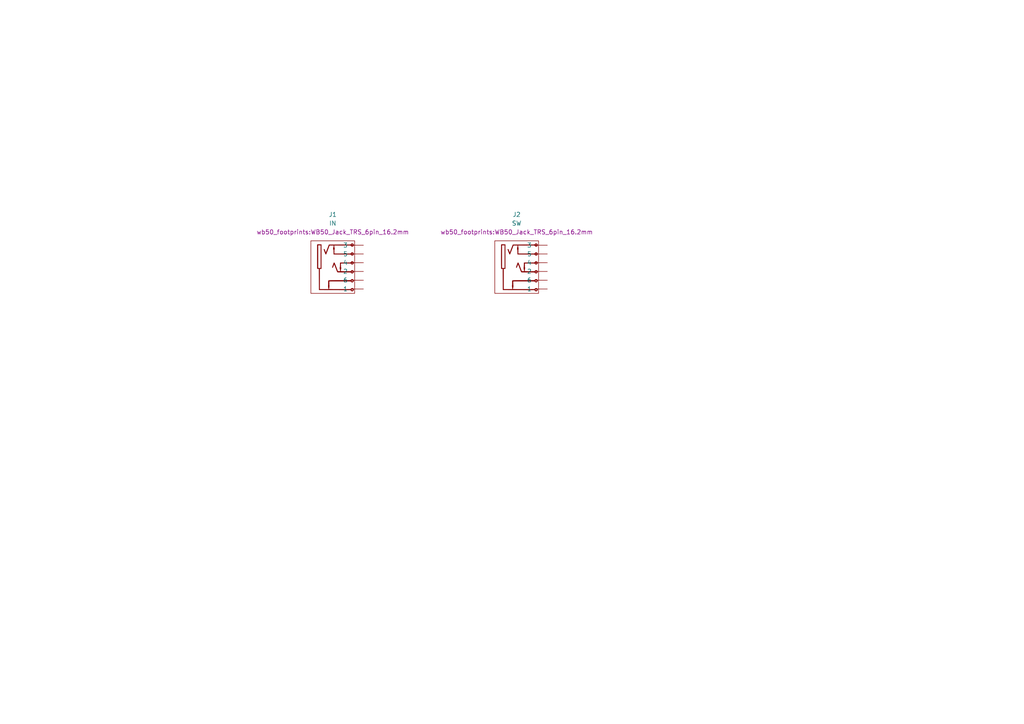
<source format=kicad_sch>
(kicad_sch
	(version 20250114)
	(generator "eeschema")
	(generator_version "9.0")
	(uuid "22222222-2222-4222-8222-222222222222")
	(paper "A4")
	(lib_symbols
		(symbol "wb50_symbols:WB50_Jack_TRS_6pin_Switched"
			(pin_numbers
				(hide yes)
			)
			(pin_names
				(offset 1.016)
			)
			(exclude_from_sim no)
			(in_bom yes)
			(on_board yes)
			(property "Reference" "J"
				(at -0.254 12.954 0)
				(effects
					(font
						(size 1.27 1.27)
					)
				)
			)
			(property "Value" "Audio Jack TRS, 6pin (with switches)"
				(at 0.254 -14.224 0)
				(effects
					(font
						(size 1.27 1.27)
					)
				)
			)
			(property "Footprint" "wb50_footprints:WB50_Jack_TRS_6pin_16.2mm"
				(at 0 -17.272 0)
				(effects
					(font
						(size 1.27 1.27)
					)
				)
			)
			(property "Datasheet" ""
				(at 0 0 0)
				(effects
					(font
						(size 1.27 1.27)
					)
				)
			)
			(property "Description" ""
				(at 0 0 0)
				(effects
					(font
						(size 1.27 1.27)
					)
					(hide yes)
				)
			)
			(symbol "WB50_Jack_TRS_6pin_Switched_0_0"
				(polyline
					(pts
						(xy 4.445 -6.985) (xy 4.5824 -6.9221) (xy 4.6026 -6.9094) (xy 4.7245 -6.8007) (xy 4.7817 -6.6661)
						(xy 4.7831 -6.4863) (xy 4.7627 -6.3819) (xy 4.6847 -6.2364) (xy 4.5532 -6.15) (xy 4.3668 -6.1214)
						(xy 4.3127 -6.1224) (xy 4.213 -6.1384) (xy 4.1301 -6.1861) (xy 4.0312 -6.2812) (xy 3.8792 -6.4409)
						(xy 0.7426 -6.4409) (xy 0.5169 -6.4409) (xy -0.0343 -6.4406) (xy -0.5126 -6.44) (xy -0.9229 -6.4389)
						(xy -1.2702 -6.4373) (xy -1.5597 -6.4349) (xy -1.7963 -6.4319) (xy -1.985 -6.4279) (xy -2.131 -6.4231)
						(xy -2.2391 -6.4171) (xy -2.3144 -6.4101) (xy -2.362 -6.4018) (xy -2.3869 -6.3922) (xy -2.3941 -6.3811)
						(xy -2.3941 -6.3802) (xy -2.3869 -6.3169) (xy -2.3684 -6.1931) (xy -2.3411 -6.0264) (xy -2.308 -5.8341)
						(xy -2.3038 -5.8101) (xy -2.2687 -5.5949) (xy -2.2515 -5.4487) (xy -2.2515 -5.3635) (xy -2.268 -5.3314)
						(xy -2.2736 -5.3275) (xy -2.2919 -5.2736) (xy -2.3045 -5.1543) (xy -2.3119 -4.9648) (xy -2.3142 -4.7003)
						(xy -2.3142 -4.0846) (xy 0.8182 -4.0846) (xy 1.0208 -4.0846) (xy 1.5685 -4.0847) (xy 2.0434 -4.0849)
						(xy 2.4507 -4.0855) (xy 2.7956 -4.0865) (xy 3.0835 -4.0881) (xy 3.3194 -4.0904) (xy 3.5088 -4.0937)
						(xy 3.6569 -4.0979) (xy 3.7689 -4.1033) (xy 3.85 -4.1099) (xy 3.9055 -4.118) (xy 3.9407 -4.1276)
						(xy 3.9608 -4.139) (xy 3.9711 -4.1521) (xy 3.9768 -4.1672) (xy 4.0127 -4.2292) (xy 4.1148 -4.3154)
						(xy 4.2497 -4.3791) (xy 4.3892 -4.404) (xy 4.4293 -4.4018) (xy 4.5413 -4.3641) (xy 4.6588 -4.2683)
						(xy 4.7389 -4.1777) (xy 4.7832 -4.0826) (xy 4.7937 -3.9588) (xy 4.7674 -3.7936) (xy 4.679 -3.6489)
						(xy 4.5347 -3.5574) (xy 4.341 -3.5255) (xy 4.3116 -3.5274) (xy 4.1931 -3.5625) (xy 4.0779 -3.629)
						(xy 3.9905 -3.71) (xy 3.9559 -3.7886) (xy 3.9559 -3.789) (xy 3.9461 -3.7993) (xy 3.9146 -3.8083)
						(xy 3.8565 -3.8161) (xy 3.767 -3.8228) (xy 3.6413 -3.8283) (xy 3.4745 -3.8329) (xy 3.2618 -3.8366)
						(xy 2.9982 -3.8395) (xy 2.679 -3.8417) (xy 2.2994 -3.8433) (xy 1.8544 -3.8443) (xy 1.3392 -3.8448)
						(xy 0.749 -3.845) (xy 0.6328 -3.845) (xy 0.0309 -3.8454) (xy -0.4958 -3.8464) (xy -0.9512 -3.8481)
						(xy -1.3394 -3.8505) (xy -1.6643 -3.8537) (xy -1.9298 -3.8578) (xy -2.1399 -3.8628) (xy -2.2987 -3.8687)
						(xy -2.4099 -3.8757) (xy -2.4777 -3.8837) (xy -2.5059 -3.8929) (xy -2.5152 -3.9081) (xy -2.5326 -3.9865)
						(xy -2.5351 -4.0168) (xy 4.1318 -4.0168) (xy 4.1348 -3.9296) (xy 4.1419 -3.9048) (xy 4.2103 -3.7934)
						(xy 4.312 -3.7337) (xy 4.4254 -3.7329) (xy 4.5288 -3.7982) (xy 4.5802 -3.8836) (xy 4.5846 -4.0079)
						(xy 4.515 -4.1246) (xy 4.5051 -4.1342) (xy 4.417 -4.1939) (xy 4.3289 -4.1891) (xy 4.2179 -4.1193)
						(xy 4.1829 -4.0898) (xy 4.1318 -4.0168) (xy -2.5351 -4.0168) (xy -2.5446 -4.1292) (xy -2.5516 -4.3415)
						(xy -2.5538 -4.6284) (xy -2.5547 -4.8263) (xy -2.5594 -5.051) (xy -2.5683 -5.2062) (xy -2.582 -5.2977)
						(xy -2.6009 -5.3317) (xy -2.6101 -5.3446) (xy -2.6163 -5.425) (xy -2.606 -5.5717) (xy -2.5801 -5.7769)
						(xy -2.5395 -6.0326) (xy -2.4851 -6.3311) (xy -2.464 -6.4409) (xy -3.7669 -6.4409) (xy -5.0699 -6.4409)
						(xy -5.0699 -3.4675) (xy -5.0699 -0.4941) (xy -4.8203 -0.4822) (xy -4.5707 -0.4703) (xy -4.5707 3.0442)
						(xy -4.5707 6.5586) (xy -5.1467 6.5697) (xy -5.3073 6.5721) (xy -5.5058 6.5714) (xy -5.6402 6.5645)
						(xy -5.7201 6.5509) (xy -5.7551 6.5298) (xy -5.7588 6.5012) (xy -5.7636 6.3976) (xy -5.7681 6.2245)
						(xy -5.7722 5.9878) (xy -5.776 5.6932) (xy -5.7794 5.3468) (xy -5.7823 4.9544) (xy -5.7847 4.5218)
						(xy -5.7865 4.055) (xy -5.7877 3.5598) (xy -5.7881 3.0422) (xy -5.7881 2.647) (xy -5.7876 2.0554)
						(xy -5.7865 1.5374) (xy -5.7848 1.0893) (xy -5.7823 0.7071) (xy -5.7791 0.3872) (xy -5.775 0.1256)
						(xy -5.7701 -0.0816) (xy -5.7643 -0.2381) (xy -5.7613 -0.2866) (xy -5.5491 -0.2866) (xy -5.5491 3.0461)
						(xy -5.5491 6.3789) (xy -5.1498 6.3789) (xy -4.7504 6.3789) (xy -4.7504 3.0457) (xy -4.7504 -0.2876)
						(xy -5.1498 -0.2871) (xy -5.5491 -0.2866) (xy -5.7613 -0.2866) (xy -5.7575 -0.3478) (xy -5.7497 -0.4146)
						(xy -5.7408 -0.4424) (xy -5.7089 -0.4598) (xy -5.6104 -0.4817) (xy -5.4815 -0.4903) (xy -5.2701 -0.4903)
						(xy -5.2598 -3.5554) (xy -5.25 -6.498) (xy 4.1274 -6.498) (xy 4.1955 -6.401) (xy 4.3025 -6.3359)
						(xy 4.4259 -6.3282) (xy 4.5321 -6.3839) (xy 4.5588 -6.4201) (xy 4.5905 -6.5242) (xy 4.5864 -6.6336)
						(xy 4.545 -6.7107) (xy 4.4488 -6.7682) (xy 4.3291 -6.776) (xy 4.2162 -6.7048) (xy 4.2094 -6.6979)
						(xy 4.1317 -6.5918) (xy 4.1274 -6.498) (xy -5.25 -6.498) (xy -5.2496 -6.6206) (xy -0.6677 -6.6308)
						(xy 3.9141 -6.6409) (xy 3.9775 -6.7636) (xy 4.0589 -6.8657) (xy 4.1682 -6.9416) (xy 4.3147 -6.9895)
						(xy 4.445 -6.985)
					)
					(stroke
						(width 0.01)
						(type default)
					)
					(fill
						(type outline)
					)
				)
				(polyline
					(pts
						(xy 4.5079 -1.7797) (xy 4.6588 -1.6724) (xy 4.7661 -1.5175) (xy 4.798 -1.3434) (xy 4.7512 -1.1577)
						(xy 4.6935 -1.0694) (xy 4.5677 -0.9774) (xy 4.4146 -0.9365) (xy 4.2555 -0.9476) (xy 4.1116 -1.0113)
						(xy 4.0042 -1.1287) (xy 3.9359 -1.2486) (xy 2.4683 -1.2488) (xy 2.1269 -1.2483) (xy 1.7677 -1.2462)
						(xy 1.4819 -1.2421) (xy 1.2659 -1.2361) (xy 1.1161 -1.228) (xy 1.0288 -1.2177) (xy 1.0006 -1.2051)
						(xy 1.0007 -1.2026) (xy 1.0084 -1.1404) (xy 1.0269 -1.0178) (xy 1.0535 -0.8514) (xy 1.0856 -0.6577)
						(xy 1.0871 -0.6488) (xy 1.1227 -0.4218) (xy 1.1406 -0.2657) (xy 1.1414 -0.1737) (xy 1.1256 -0.1392)
						(xy 1.1232 -0.1381) (xy 1.1042 -0.0894) (xy 1.0908 0.0297) (xy 1.083 0.2223) (xy 1.0804 0.4915)
						(xy 1.0804 1.1072) (xy 2.5155 1.1072) (xy 2.5468 1.1072) (xy 2.9173 1.107) (xy 3.2164 1.1063)
						(xy 3.4519 1.1045) (xy 3.6316 1.1013) (xy 3.7632 1.0963) (xy 3.8547 1.0889) (xy 3.9139 1.0789)
						(xy 3.9485 1.0657) (xy 3.9665 1.049) (xy 3.9755 1.0284) (xy 3.9862 1.0016) (xy 4.0716 0.8962)
						(xy 4.1992 0.8182) (xy 4.3388 0.7877) (xy 4.5294 0.8183) (xy 4.6739 0.9097) (xy 4.7637 1.0576)
						(xy 4.7946 1.2575) (xy 4.7934 1.2895) (xy 4.7484 1.4405) (xy 4.6513 1.5536) (xy 4.5188 1.6251)
						(xy 4.3681 1.6517) (xy 4.216 1.6298) (xy 4.0796 1.5559) (xy 3.9758 1.4265) (xy 3.9144 1.3078)
						(xy 2.3876 1.2974) (xy 0.8608 1.2869) (xy 0.8589 1.1673) (xy 4.1265 1.1673) (xy 4.133 1.2618)
						(xy 4.2137 1.3686) (xy 4.2166 1.3715) (xy 4.3147 1.4484) (xy 4.4024 1.4583) (xy 4.5061 1.4045)
						(xy 4.5345 1.3801) (xy 4.5881 1.2758) (xy 4.5844 1.1562) (xy 4.5219 1.0535) (xy 4.4364 1.0021)
						(xy 4.3122 0.9977) (xy 4.1955 1.0673) (xy 4.1931 1.0697) (xy 4.1265 1.1673) (xy 0.8589 1.1673)
						(xy 0.8498 0.5898) (xy 0.8473 0.4608) (xy 0.8391 0.2212) (xy 0.8277 0.0369) (xy 0.8136 -0.0839)
						(xy 0.7975 -0.1329) (xy 0.7872 -0.1537) (xy 0.7848 -0.2483) (xy 0.8019 -0.4183) (xy 0.8384 -0.6647)
						(xy 0.8426 -0.6904) (xy 0.8731 -0.8817) (xy 0.8979 -1.0432) (xy 0.9146 -1.1586) (xy 0.9207 -1.2115)
						(xy 0.9187 -1.2166) (xy 0.8636 -1.234) (xy 0.7391 -1.2422) (xy 0.5534 -1.2406) (xy 0.1862 -1.2291)
						(xy -0.2954 0.0284) (xy -0.3814 0.2522) (xy -0.5059 0.572) (xy -0.6079 0.8259) (xy -0.6905 1.0195)
						(xy -0.7569 1.1585) (xy -0.81 1.2486) (xy -0.8531 1.2955) (xy -0.8892 1.3048) (xy -0.9214 1.2823)
						(xy -0.9529 1.2335) (xy -0.9586 1.2224) (xy -1.0054 1.118) (xy -1.0655 0.9673) (xy -1.1336 0.7852)
						(xy -1.2045 0.587) (xy -1.2731 0.3877) (xy -1.334 0.2026) (xy -1.382 0.0467) (xy -1.4121 -0.0649)
						(xy -1.4188 -0.117) (xy -1.3967 -0.1461) (xy -1.3269 -0.1634) (xy -1.2919 -0.1369) (xy -1.2353 -0.0453)
						(xy -1.1617 0.1152) (xy -1.0692 0.3488) (xy -1.0536 0.3901) (xy -0.9845 0.5728) (xy -0.9265 0.7256)
						(xy -0.8855 0.8338) (xy -0.867 0.8821) (xy -0.8507 0.8605) (xy -0.8108 0.7751) (xy -0.7523 0.6364)
						(xy -0.6797 0.4554) (xy -0.5977 0.2431) (xy -0.5475 0.111) (xy -0.4421 -0.1666) (xy -0.3347 -0.4495)
						(xy -0.2353 -0.711) (xy -0.1542 -0.9246) (xy -0.1408 -0.9598) (xy -0.0673 -1.1427) (xy -0.0001 -1.296)
						(xy 0.0454 -1.3874) (xy 4.1279 -1.3874) (xy 4.129 -1.2995) (xy 4.1955 -1.2091) (xy 4.265 -1.1556)
						(xy 4.3792 -1.1347) (xy 4.5061 -1.1914) (xy 4.5201 -1.2021) (xy 4.5844 -1.2999) (xy 4.5829 -1.4168)
						(xy 4.515 -1.5286) (xy 4.4084 -1.5978) (xy 4.3012 -1.5903) (xy 4.1984 -1.5033) (xy 4.1926 -1.4959)
						(xy 4.1279 -1.3874) (xy 0.0454 -1.3874) (xy 0.0539 -1.4045) (xy 0.0877 -1.4531) (xy 0.1373 -1.46)
						(xy 0.2587 -1.4665) (xy 0.444 -1.4724) (xy 0.6851 -1.4776) (xy 0.9739 -1.4819) (xy 1.3023 -1.4851)
						(xy 1.6625 -1.4873) (xy 2.0462 -1.4881) (xy 2.4325 -1.4883) (xy 2.8073 -1.4887) (xy 3.115 -1.4897)
						(xy 3.3622 -1.4915) (xy 3.5558 -1.4945) (xy 3.7025 -1.4988) (xy 3.809 -1.5049) (xy 3.8822 -1.513)
						(xy 3.9288 -1.5234) (xy 3.9556 -1.5364) (xy 3.9693 -1.5523) (xy 3.9768 -1.5713) (xy 3.9799 -1.5798)
						(xy 4.0374 -1.6575) (xy 4.1292 -1.7309) (xy 4.176 -1.7571) (xy 4.3476 -1.8079) (xy 4.5079 -1.7797)
					)
					(stroke
						(width 0.01)
						(type default)
					)
					(fill
						(type outline)
					)
				)
				(polyline
					(pts
						(xy 4.5971 3.4247) (xy 4.6149 3.4356) (xy 4.7053 3.5351) (xy 4.7699 3.6791) (xy 4.7946 3.8379)
						(xy 4.7864 3.9109) (xy 4.7198 4.0607) (xy 4.6031 4.1801) (xy 4.4566 4.2446) (xy 4.3861 4.2504)
						(xy 4.2225 4.2184) (xy 4.0746 4.1358) (xy 3.9731 4.0172) (xy 3.9139 3.9028) (xy 1.5387 3.9028)
						(xy -0.8365 3.9028) (xy -0.8365 4.5418) (xy -0.8358 4.7693) (xy -0.8326 4.9468) (xy -0.8259 5.0657)
						(xy -0.8146 5.137) (xy -0.7976 5.1717) (xy -0.7739 5.1808) (xy -0.7382 5.1917) (xy -0.7322 5.2507)
						(xy -0.7391 5.2785) (xy -0.7595 5.3801) (xy -0.7864 5.5277) (xy -0.8158 5.7) (xy -0.8304 5.7876)
						(xy -0.8596 5.9599) (xy -0.8844 6.1019) (xy -0.9006 6.1892) (xy -0.9228 6.299) (xy 1.4891 6.299)
						(xy 3.901 6.299) (xy 3.9922 6.1756) (xy 4.02 6.1407) (xy 4.1652 6.0206) (xy 4.3305 5.9648) (xy 4.4979 5.9805)
						(xy 4.4993 5.9809) (xy 4.6181 6.0427) (xy 4.7141 6.1276) (xy 4.755 6.1988) (xy 4.7913 6.3538)
						(xy 4.7832 6.5178) (xy 4.7295 6.6538) (xy 4.7165 6.6709) (xy 4.5931 6.7705) (xy 4.4351 6.8292)
						(xy 4.2785 6.8328) (xy 4.178 6.7934) (xy 4.071 6.7189) (xy 3.9888 6.6318) (xy 3.9559 6.5534) (xy 3.9525 6.5475)
						(xy 3.9281 6.5381) (xy 3.876 6.5298) (xy 3.7916 6.5225) (xy 3.67 6.5163) (xy 3.5066 6.5109) (xy 3.2966 6.5062)
						(xy 3.0352 6.5022) (xy 2.7177 6.4988) (xy 2.3393 6.4959) (xy 1.8953 6.4933) (xy 1.3809 6.4911)
						(xy 0.7914 6.489) (xy -2.373 6.4788) (xy -2.3995 6.4099) (xy 4.1229 6.4099) (xy 4.1592 6.4933)
						(xy 4.2013 6.5463) (xy 4.3079 6.6045) (xy 4.4278 6.6102) (xy 4.53 6.5579) (xy 4.5822 6.4687) (xy 4.5873 6.3474)
						(xy 4.5321 6.242) (xy 4.5005 6.216) (xy 4.3844 6.1784) (xy 4.2636 6.2021) (xy 4.1689 6.2837) (xy 4.1345 6.3418)
						(xy 4.1229 6.4099) (xy -2.3995 6.4099) (xy -2.8129 5.3335) (xy -2.8602 5.2105) (xy -2.9669 4.9346)
						(xy -3.0635 4.6871) (xy -3.1463 4.4773) (xy -3.2117 4.3143) (xy -3.2559 4.2075) (xy -3.2753 4.166)
						(xy -3.2771 4.1656) (xy -3.302 4.2035) (xy -3.3465 4.3013) (xy -3.4049 4.4457) (xy -3.4714 4.6235)
						(xy -3.4769 4.6386) (xy -3.5468 4.8256) (xy -3.6113 4.9882) (xy -3.6634 5.1093) (xy -3.696 5.172)
						(xy -3.7162 5.1976) (xy -3.7569 5.2191) (xy -3.8114 5.1774) (xy -3.8257 5.1609) (xy -3.8394 5.127)
						(xy -3.8384 5.0748) (xy -3.8199 4.9932) (xy -3.7812 4.8707) (xy -3.7193 4.6963) (xy -3.6315 4.4586)
						(xy -3.5645 4.2821) (xy -3.4849 4.082) (xy -3.4151 3.9165) (xy -3.3607 3.799) (xy -3.3276 3.7431)
						(xy -3.311 3.727) (xy -3.2646 3.7048) (xy -3.2192 3.7485) (xy -3.2053 3.7751) (xy -3.1632 3.8714)
						(xy -3.0991 4.027) (xy -3.0167 4.2326) (xy -2.9196 4.4789) (xy -2.8117 4.7566) (xy -2.6966 5.0565)
						(xy -2.2226 6.299) (xy -1.5887 6.299) (xy -0.9548 6.299) (xy -0.9753 6.2092) (xy -0.9769 6.2021)
						(xy -0.992 6.1249) (xy -1.0157 5.9967) (xy -1.0449 5.8361) (xy -1.0761 5.6615) (xy -1.1061 5.4915)
						(xy -1.1317 5.3445) (xy -1.1494 5.2391) (xy -1.156 5.1938) (xy -1.1497 5.188) (xy -1.097 5.1808)
						(xy -1.0948 5.1807) (xy -1.0739 5.1673) (xy -1.0581 5.124) (xy -1.0465 5.0408) (xy -1.0381 4.9078)
						(xy -1.032 4.7148) (xy -1.0271 4.4519) (xy -1.0169 3.7657) (xy 4.1257 3.7657) (xy 4.1342 3.8597)
						(xy 4.2162 3.967) (xy 4.2246 3.9753) (xy 4.3176 4.0401) (xy 4.4059 4.041) (xy 4.4131 4.0388) (xy 4.5252 3.97)
						(xy 4.5852 3.8671) (xy 4.5863 3.7526) (xy 4.5219 3.6494) (xy 4.4364 3.598) (xy 4.3122 3.5936)
						(xy 4.1955 3.6632) (xy 4.1896 3.6692) (xy 4.1257 3.7657) (xy -1.0169 3.7657) (xy -1.0163 3.7231)
						(xy 1.4672 3.7128) (xy 1.6572 3.712) (xy 2.1368 3.7099) (xy 2.5446 3.7078) (xy 2.8864 3.7054)
						(xy 3.1681 3.7027) (xy 3.3957 3.6993) (xy 3.575 3.695) (xy 3.7121 3.6897) (xy 3.8126 3.6831) (xy 3.8827 3.6751)
						(xy 3.9281 3.6654) (xy 3.9548 3.6537) (xy 3.9687 3.64) (xy 3.9756 3.624) (xy 4.0228 3.5456) (xy 4.1034 3.4645)
						(xy 4.1507 3.4351) (xy 4.297 3.3911) (xy 4.459 3.3866) (xy 4.5971 3.4247)
					)
					(stroke
						(width 0.01)
						(type default)
					)
					(fill
						(type outline)
					)
				)
			)
			(symbol "WB50_Jack_TRS_6pin_Switched_0_1"
				(rectangle
					(start -7.62 7.62)
					(end 5.08 -7.62)
					(stroke
						(width 0)
						(type default)
					)
					(fill
						(type none)
					)
				)
			)
			(symbol "WB50_Jack_TRS_6pin_Switched_1_1"
				(pin passive line
					(at 7.62 6.35 180)
					(length 3.5)
					(name "3"
						(effects
							(font
								(size 1.27 1.27)
							)
						)
					)
					(number "3"
						(effects
							(font
								(size 1.27 1.27)
							)
						)
					)
				)
				(pin passive line
					(at 7.62 3.81 180)
					(length 3.5)
					(name "5"
						(effects
							(font
								(size 1.27 1.27)
							)
						)
					)
					(number "5"
						(effects
							(font
								(size 1.27 1.27)
							)
						)
					)
				)
				(pin passive line
					(at 7.62 1.27 180)
					(length 3.5)
					(name "4"
						(effects
							(font
								(size 1.27 1.27)
							)
						)
					)
					(number "4"
						(effects
							(font
								(size 1.27 1.27)
							)
						)
					)
				)
				(pin passive line
					(at 7.62 -1.27 180)
					(length 3.5)
					(name "2"
						(effects
							(font
								(size 1.27 1.27)
							)
						)
					)
					(number "2"
						(effects
							(font
								(size 1.27 1.27)
							)
						)
					)
				)
				(pin passive line
					(at 7.62 -3.81 180)
					(length 3.5)
					(name "6"
						(effects
							(font
								(size 1.27 1.27)
							)
						)
					)
					(number "6"
						(effects
							(font
								(size 1.27 1.27)
							)
						)
					)
				)
				(pin passive line
					(at 7.62 -6.35 180)
					(length 3.5)
					(name "1"
						(effects
							(font
								(size 1.27 1.27)
							)
						)
					)
					(number "1"
						(effects
							(font
								(size 1.27 1.27)
							)
						)
					)
				)
			)
			(embedded_fonts no)
		)
	)
	(symbol
		(lib_id "wb50_symbols:WB50_Jack_TRS_6pin_Switched")
		(at 97.79 77.47 0)
		(unit 1)
		(exclude_from_sim no)
		(in_bom yes)
		(on_board yes)
		(dnp no)
		(fields_autoplaced yes)
		(uuid "7b575738-59da-4b55-9dfe-ced894fe13e2")
		(property "Reference" "J1"
			(at 96.52 62.23 0)
			(effects
				(font
					(size 1.27 1.27)
				)
			)
		)
		(property "Value" "IN"
			(at 96.52 64.77 0)
			(effects
				(font
					(size 1.27 1.27)
				)
			)
		)
		(property "Footprint" "wb50_footprints:WB50_Jack_TRS_6pin_16.2mm"
			(at 96.52 67.31 0)
			(effects
				(font
					(size 1.27 1.27)
				)
			)
		)
		(property "Datasheet" ""
			(at 97.79 77.47 0)
			(effects
				(font
					(size 1.27 1.27)
				)
			)
		)
		(property "Description" ""
			(at 97.79 77.47 0)
			(effects
				(font
					(size 1.27 1.27)
				)
				(hide yes)
			)
		)
		(pin "4"
			(uuid "2d152320-0b47-412e-9693-a67eb49d9fe6")
		)
		(pin "1"
			(uuid "5b074cb2-3ece-4d81-8c22-d9e42c060c47")
		)
		(pin "5"
			(uuid "ff633c0d-fc64-4c59-9541-a0ad29fdfab2")
		)
		(pin "3"
			(uuid "873de4cf-b663-4c6a-aadf-63fd792b3a31")
		)
		(pin "2"
			(uuid "9995fc97-6161-40a5-976c-8cf0fa91672c")
		)
		(pin "6"
			(uuid "abefd727-8af1-4d51-82f2-68671ec95976")
		)
		(instances
			(project ""
				(path "/6805e3ef-87bd-473d-890f-05ae2da73c1a/71fb01be-e2af-43a2-ab1d-1ec35077c210"
					(reference "J1")
					(unit 1)
				)
			)
		)
	)
	(symbol
		(lib_id "wb50_symbols:WB50_Jack_TRS_6pin_Switched")
		(at 151.13 77.47 0)
		(unit 1)
		(exclude_from_sim no)
		(in_bom yes)
		(on_board yes)
		(dnp no)
		(fields_autoplaced yes)
		(uuid "97cc8549-4188-4a1b-a664-26ea6e557cd3")
		(property "Reference" "J2"
			(at 149.86 62.23 0)
			(effects
				(font
					(size 1.27 1.27)
				)
			)
		)
		(property "Value" "SW"
			(at 149.86 64.77 0)
			(effects
				(font
					(size 1.27 1.27)
				)
			)
		)
		(property "Footprint" "wb50_footprints:WB50_Jack_TRS_6pin_16.2mm"
			(at 149.86 67.31 0)
			(effects
				(font
					(size 1.27 1.27)
				)
			)
		)
		(property "Datasheet" ""
			(at 151.13 77.47 0)
			(effects
				(font
					(size 1.27 1.27)
				)
			)
		)
		(property "Description" ""
			(at 151.13 77.47 0)
			(effects
				(font
					(size 1.27 1.27)
				)
				(hide yes)
			)
		)
		(pin "2"
			(uuid "8e4a92a0-464d-4bb4-8f0e-7992563760f1")
		)
		(pin "3"
			(uuid "06d05587-c28d-4b5d-a513-876a6ae230a4")
		)
		(pin "5"
			(uuid "86fcd8db-3633-49aa-a3ba-68dfe2e6835a")
		)
		(pin "4"
			(uuid "60034cd3-b9a0-4a60-9af2-e414d1118faa")
		)
		(pin "6"
			(uuid "0acfd069-3258-4a50-98b3-bab49728aedc")
		)
		(pin "1"
			(uuid "59440e1f-ae7b-4e3c-93a6-f93231a217e9")
		)
		(instances
			(project ""
				(path "/6805e3ef-87bd-473d-890f-05ae2da73c1a/71fb01be-e2af-43a2-ab1d-1ec35077c210"
					(reference "J2")
					(unit 1)
				)
			)
		)
	)
	(sheet_instances
		(path "/"
			(page "1")
		)
	)
	(embedded_fonts no)
)

</source>
